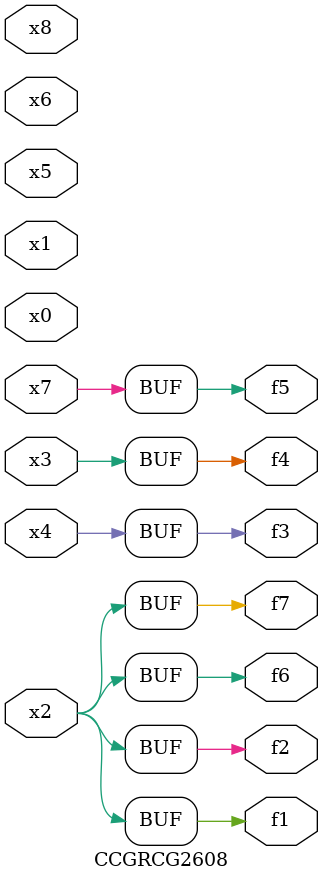
<source format=v>
module CCGRCG2608(
	input x0, x1, x2, x3, x4, x5, x6, x7, x8,
	output f1, f2, f3, f4, f5, f6, f7
);
	assign f1 = x2;
	assign f2 = x2;
	assign f3 = x4;
	assign f4 = x3;
	assign f5 = x7;
	assign f6 = x2;
	assign f7 = x2;
endmodule

</source>
